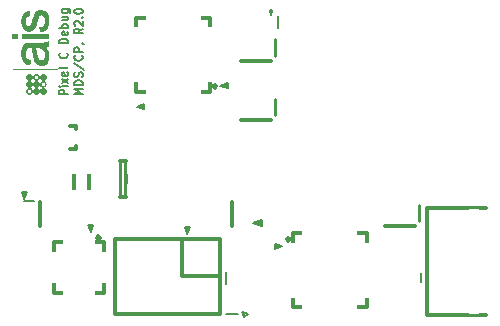
<source format=gto>
G04 #@! TF.FileFunction,Legend,Top*
%FSLAX46Y46*%
G04 Gerber Fmt 4.6, Leading zero omitted, Abs format (unit mm)*
G04 Created by KiCad (PCBNEW (2016-06-03 BZR 6882, Git b4ad18a)-product) date Fri Jun  3 12:48:54 2016*
%MOMM*%
%LPD*%
G01*
G04 APERTURE LIST*
%ADD10C,0.100000*%
%ADD11C,0.200000*%
%ADD12C,0.175000*%
%ADD13C,0.350000*%
%ADD14C,0.010000*%
%ADD15C,0.150000*%
%ADD16C,0.300000*%
%ADD17C,0.250000*%
%ADD18O,1.450000X0.700000*%
%ADD19O,0.700000X1.450000*%
%ADD20R,4.400000X4.400000*%
%ADD21O,0.700000X1.400000*%
%ADD22O,1.400000X0.700000*%
%ADD23R,2.650000X2.650000*%
%ADD24R,2.400000X0.660000*%
%ADD25R,2.400000X0.810000*%
%ADD26R,3.200000X0.975000*%
%ADD27R,2.700000X0.975000*%
%ADD28R,2.400000X1.900000*%
%ADD29R,3.200000X1.400000*%
%ADD30R,1.924000X2.686000*%
%ADD31O,1.924000X2.686000*%
%ADD32R,1.750000X0.800000*%
%ADD33O,1.950000X1.950000*%
%ADD34O,1.650000X1.650000*%
%ADD35C,1.800000*%
%ADD36C,2.400000*%
%ADD37O,2.400000X2.000000*%
%ADD38C,3.600000*%
%ADD39R,1.500000X1.700000*%
%ADD40R,1.300000X1.700000*%
%ADD41R,1.050000X1.250000*%
%ADD42R,1.000000X1.000000*%
%ADD43R,1.000000X1.050000*%
%ADD44R,1.050000X1.000000*%
%ADD45R,2.200000X1.600000*%
%ADD46R,1.500000X1.000000*%
%ADD47R,1.150000X0.800000*%
%ADD48R,1.250000X1.050000*%
%ADD49R,0.900000X1.100000*%
%ADD50R,1.100000X0.900000*%
%ADD51R,0.600000X1.200000*%
%ADD52R,1.200000X0.600000*%
%ADD53C,0.254000*%
G04 APERTURE END LIST*
D10*
D11*
X50750000Y-23250000D02*
X51500000Y-23250000D01*
X51500000Y-23500000D02*
X51500000Y-23000000D01*
X50750000Y-23250000D02*
X51500000Y-23500000D01*
X50750000Y-23250000D02*
X51500000Y-23000000D01*
X45200000Y-24200000D02*
X45200000Y-23600000D01*
X45400000Y-23600000D02*
X45200000Y-24200000D01*
X45000000Y-23600000D02*
X45400000Y-23600000D01*
X45200000Y-24200000D02*
X45000000Y-23600000D01*
X52300000Y-5600000D02*
X52300000Y-5200000D01*
X52400000Y-5200000D02*
X52300000Y-5600000D01*
X52200000Y-5200000D02*
X52400000Y-5200000D01*
X52300000Y-5600000D02*
X52200000Y-5200000D01*
X49800000Y-30800000D02*
X50100000Y-31100000D01*
X50000000Y-31200000D02*
X49800000Y-30800000D01*
X50300000Y-30900000D02*
X50000000Y-31200000D01*
X49800000Y-30800000D02*
X50300000Y-30900000D01*
X53200000Y-25200000D02*
X52600000Y-25200000D01*
X52600000Y-25400000D02*
X53200000Y-25200000D01*
X52600000Y-25000000D02*
X52600000Y-25400000D01*
X53200000Y-25200000D02*
X52600000Y-25000000D01*
X48000000Y-11600000D02*
X48600000Y-11600000D01*
X48600000Y-11800000D02*
X48000000Y-11600000D01*
X48600000Y-11400000D02*
X48600000Y-11800000D01*
X48000000Y-11600000D02*
X48600000Y-11400000D01*
X37000000Y-24000000D02*
X37000000Y-23400000D01*
X37200000Y-23400000D02*
X37000000Y-24000000D01*
X36800000Y-23400000D02*
X37200000Y-23400000D01*
X37000000Y-24000000D02*
X36800000Y-23400000D01*
X31400000Y-21200000D02*
X31400000Y-20600000D01*
X31600000Y-20600000D02*
X31400000Y-21200000D01*
X31200000Y-20600000D02*
X31600000Y-20600000D01*
X31400000Y-21200000D02*
X31200000Y-20600000D01*
D12*
X36316666Y-12350000D02*
X35616666Y-12350000D01*
X36116666Y-12116666D01*
X35616666Y-11883333D01*
X36316666Y-11883333D01*
X36316666Y-11550000D02*
X35616666Y-11550000D01*
X35616666Y-11383333D01*
X35650000Y-11283333D01*
X35716666Y-11216666D01*
X35783333Y-11183333D01*
X35916666Y-11150000D01*
X36016666Y-11150000D01*
X36150000Y-11183333D01*
X36216666Y-11216666D01*
X36283333Y-11283333D01*
X36316666Y-11383333D01*
X36316666Y-11550000D01*
X36283333Y-10883333D02*
X36316666Y-10783333D01*
X36316666Y-10616666D01*
X36283333Y-10550000D01*
X36250000Y-10516666D01*
X36183333Y-10483333D01*
X36116666Y-10483333D01*
X36050000Y-10516666D01*
X36016666Y-10550000D01*
X35983333Y-10616666D01*
X35950000Y-10750000D01*
X35916666Y-10816666D01*
X35883333Y-10850000D01*
X35816666Y-10883333D01*
X35750000Y-10883333D01*
X35683333Y-10850000D01*
X35650000Y-10816666D01*
X35616666Y-10750000D01*
X35616666Y-10583333D01*
X35650000Y-10483333D01*
X35583333Y-9683333D02*
X36483333Y-10283333D01*
X36250000Y-9050000D02*
X36283333Y-9083333D01*
X36316666Y-9183333D01*
X36316666Y-9250000D01*
X36283333Y-9350000D01*
X36216666Y-9416666D01*
X36150000Y-9450000D01*
X36016666Y-9483333D01*
X35916666Y-9483333D01*
X35783333Y-9450000D01*
X35716666Y-9416666D01*
X35650000Y-9350000D01*
X35616666Y-9250000D01*
X35616666Y-9183333D01*
X35650000Y-9083333D01*
X35683333Y-9050000D01*
X36316666Y-8750000D02*
X35616666Y-8750000D01*
X35616666Y-8483333D01*
X35650000Y-8416666D01*
X35683333Y-8383333D01*
X35750000Y-8350000D01*
X35850000Y-8350000D01*
X35916666Y-8383333D01*
X35950000Y-8416666D01*
X35983333Y-8483333D01*
X35983333Y-8750000D01*
X36283333Y-8016666D02*
X36316666Y-8016666D01*
X36383333Y-8050000D01*
X36416666Y-8083333D01*
X36316666Y-6783333D02*
X35983333Y-7016666D01*
X36316666Y-7183333D02*
X35616666Y-7183333D01*
X35616666Y-6916666D01*
X35650000Y-6850000D01*
X35683333Y-6816666D01*
X35750000Y-6783333D01*
X35850000Y-6783333D01*
X35916666Y-6816666D01*
X35950000Y-6850000D01*
X35983333Y-6916666D01*
X35983333Y-7183333D01*
X35683333Y-6516666D02*
X35650000Y-6483333D01*
X35616666Y-6416666D01*
X35616666Y-6250000D01*
X35650000Y-6183333D01*
X35683333Y-6150000D01*
X35750000Y-6116666D01*
X35816666Y-6116666D01*
X35916666Y-6150000D01*
X36316666Y-6550000D01*
X36316666Y-6116666D01*
X36250000Y-5816666D02*
X36283333Y-5783333D01*
X36316666Y-5816666D01*
X36283333Y-5850000D01*
X36250000Y-5816666D01*
X36316666Y-5816666D01*
X35616666Y-5350000D02*
X35616666Y-5283333D01*
X35650000Y-5216666D01*
X35683333Y-5183333D01*
X35750000Y-5150000D01*
X35883333Y-5116666D01*
X36050000Y-5116666D01*
X36183333Y-5150000D01*
X36250000Y-5183333D01*
X36283333Y-5216666D01*
X36316666Y-5283333D01*
X36316666Y-5350000D01*
X36283333Y-5416666D01*
X36250000Y-5450000D01*
X36183333Y-5483333D01*
X36050000Y-5516666D01*
X35883333Y-5516666D01*
X35750000Y-5483333D01*
X35683333Y-5450000D01*
X35650000Y-5416666D01*
X35616666Y-5350000D01*
X35066666Y-12350000D02*
X34366666Y-12350000D01*
X34366666Y-12083333D01*
X34400000Y-12016666D01*
X34433333Y-11983333D01*
X34500000Y-11950000D01*
X34600000Y-11950000D01*
X34666666Y-11983333D01*
X34700000Y-12016666D01*
X34733333Y-12083333D01*
X34733333Y-12350000D01*
X35066666Y-11650000D02*
X34600000Y-11650000D01*
X34366666Y-11650000D02*
X34400000Y-11683333D01*
X34433333Y-11650000D01*
X34400000Y-11616666D01*
X34366666Y-11650000D01*
X34433333Y-11650000D01*
X35066666Y-11383333D02*
X34600000Y-11016666D01*
X34600000Y-11383333D02*
X35066666Y-11016666D01*
X35033333Y-10483333D02*
X35066666Y-10550000D01*
X35066666Y-10683333D01*
X35033333Y-10750000D01*
X34966666Y-10783333D01*
X34700000Y-10783333D01*
X34633333Y-10750000D01*
X34600000Y-10683333D01*
X34600000Y-10550000D01*
X34633333Y-10483333D01*
X34700000Y-10450000D01*
X34766666Y-10450000D01*
X34833333Y-10783333D01*
X35066666Y-10050000D02*
X35033333Y-10116666D01*
X34966666Y-10150000D01*
X34366666Y-10150000D01*
X35000000Y-8850000D02*
X35033333Y-8883333D01*
X35066666Y-8983333D01*
X35066666Y-9050000D01*
X35033333Y-9150000D01*
X34966666Y-9216666D01*
X34900000Y-9250000D01*
X34766666Y-9283333D01*
X34666666Y-9283333D01*
X34533333Y-9250000D01*
X34466666Y-9216666D01*
X34400000Y-9150000D01*
X34366666Y-9050000D01*
X34366666Y-8983333D01*
X34400000Y-8883333D01*
X34433333Y-8850000D01*
X35066666Y-8016666D02*
X34366666Y-8016666D01*
X34366666Y-7850000D01*
X34400000Y-7750000D01*
X34466666Y-7683333D01*
X34533333Y-7650000D01*
X34666666Y-7616666D01*
X34766666Y-7616666D01*
X34900000Y-7650000D01*
X34966666Y-7683333D01*
X35033333Y-7750000D01*
X35066666Y-7850000D01*
X35066666Y-8016666D01*
X35033333Y-7050000D02*
X35066666Y-7116666D01*
X35066666Y-7250000D01*
X35033333Y-7316666D01*
X34966666Y-7350000D01*
X34700000Y-7350000D01*
X34633333Y-7316666D01*
X34600000Y-7250000D01*
X34600000Y-7116666D01*
X34633333Y-7050000D01*
X34700000Y-7016666D01*
X34766666Y-7016666D01*
X34833333Y-7350000D01*
X35066666Y-6716666D02*
X34366666Y-6716666D01*
X34633333Y-6716666D02*
X34600000Y-6650000D01*
X34600000Y-6516666D01*
X34633333Y-6450000D01*
X34666666Y-6416666D01*
X34733333Y-6383333D01*
X34933333Y-6383333D01*
X35000000Y-6416666D01*
X35033333Y-6450000D01*
X35066666Y-6516666D01*
X35066666Y-6650000D01*
X35033333Y-6716666D01*
X34600000Y-5783333D02*
X35066666Y-5783333D01*
X34600000Y-6083333D02*
X34966666Y-6083333D01*
X35033333Y-6050000D01*
X35066666Y-5983333D01*
X35066666Y-5883333D01*
X35033333Y-5816666D01*
X35000000Y-5783333D01*
X34600000Y-5150000D02*
X35166666Y-5150000D01*
X35233333Y-5183333D01*
X35266666Y-5216666D01*
X35300000Y-5283333D01*
X35300000Y-5383333D01*
X35266666Y-5450000D01*
X35033333Y-5150000D02*
X35066666Y-5216666D01*
X35066666Y-5350000D01*
X35033333Y-5416666D01*
X35000000Y-5450000D01*
X34933333Y-5483333D01*
X34733333Y-5483333D01*
X34666666Y-5450000D01*
X34633333Y-5416666D01*
X34600000Y-5350000D01*
X34600000Y-5216666D01*
X34633333Y-5150000D01*
D13*
X47127000Y-11404000D02*
X47127000Y-12127000D01*
X47127000Y-12127000D02*
X46404000Y-12127000D01*
X41596000Y-12127000D02*
X40873000Y-12127000D01*
X40873000Y-12127000D02*
X40873000Y-11404000D01*
X47127000Y-6596000D02*
X47127000Y-5873000D01*
X47127000Y-5873000D02*
X46404000Y-5873000D01*
X41596000Y-5873000D02*
X40873000Y-5873000D01*
X40873000Y-5873000D02*
X40873000Y-6596000D01*
X47635000Y-11658000D02*
X47508000Y-11785000D01*
X47508000Y-11785000D02*
X47381000Y-11658000D01*
X47381000Y-11658000D02*
X47508000Y-11531000D01*
X47508000Y-11531000D02*
X47635000Y-11658000D01*
X54123000Y-24846000D02*
X54123000Y-24123000D01*
X54123000Y-24123000D02*
X54846000Y-24123000D01*
X59654000Y-24123000D02*
X60377000Y-24123000D01*
X60377000Y-24123000D02*
X60377000Y-24846000D01*
X54123000Y-29654000D02*
X54123000Y-30377000D01*
X54123000Y-30377000D02*
X54846000Y-30377000D01*
X59654000Y-30377000D02*
X60377000Y-30377000D01*
X60377000Y-30377000D02*
X60377000Y-29654000D01*
X53615000Y-24592000D02*
X53742000Y-24465000D01*
X53742000Y-24465000D02*
X53869000Y-24592000D01*
X53869000Y-24592000D02*
X53742000Y-24719000D01*
X53742000Y-24719000D02*
X53615000Y-24592000D01*
X37404000Y-24873000D02*
X38127000Y-24873000D01*
X38127000Y-24873000D02*
X38127000Y-25596000D01*
X38127000Y-28404000D02*
X38127000Y-29127000D01*
X38127000Y-29127000D02*
X37404000Y-29127000D01*
X34596000Y-24873000D02*
X33873000Y-24873000D01*
X33873000Y-24873000D02*
X33873000Y-25596000D01*
X33873000Y-28404000D02*
X33873000Y-29127000D01*
X33873000Y-29127000D02*
X34596000Y-29127000D01*
X37658000Y-24365000D02*
X37785000Y-24492000D01*
X37785000Y-24492000D02*
X37658000Y-24619000D01*
X37658000Y-24619000D02*
X37531000Y-24492000D01*
X37531000Y-24492000D02*
X37658000Y-24365000D01*
X47945000Y-30905000D02*
X39055000Y-30905000D01*
X39055000Y-30905000D02*
X39055000Y-24555000D01*
X39055000Y-24555000D02*
X47945000Y-24555000D01*
X47945000Y-24555000D02*
X47945000Y-30905000D01*
X47945000Y-27730000D02*
X44770000Y-27730000D01*
X44770000Y-27730000D02*
X44770000Y-24555000D01*
D14*
G36*
X34155000Y-10172400D02*
X34155000Y-10235900D01*
X30395800Y-10235900D01*
X30395800Y-10172400D01*
X34155000Y-10172400D01*
X34155000Y-10172400D01*
G37*
X34155000Y-10172400D02*
X34155000Y-10235900D01*
X30395800Y-10235900D01*
X30395800Y-10172400D01*
X34155000Y-10172400D01*
G36*
X31140942Y-8702093D02*
X31144555Y-8661403D01*
X31167564Y-8504213D01*
X31204349Y-8368214D01*
X31255115Y-8253124D01*
X31320070Y-8158662D01*
X31399421Y-8084545D01*
X31493376Y-8030492D01*
X31602141Y-7996220D01*
X31638461Y-7989635D01*
X31667659Y-7986970D01*
X31719462Y-7984223D01*
X31791075Y-7981468D01*
X31879703Y-7978780D01*
X31982552Y-7976233D01*
X32096826Y-7973903D01*
X32219732Y-7971864D01*
X32348473Y-7970191D01*
X32377000Y-7969883D01*
X32537506Y-7968081D01*
X32674943Y-7966145D01*
X32791638Y-7963886D01*
X32889920Y-7961112D01*
X32972119Y-7957633D01*
X33040565Y-7953259D01*
X33097585Y-7947798D01*
X33145511Y-7941061D01*
X33186670Y-7932856D01*
X33223392Y-7922993D01*
X33258006Y-7911282D01*
X33292841Y-7897531D01*
X33300542Y-7894308D01*
X33341382Y-7877497D01*
X33372323Y-7865525D01*
X33386598Y-7861000D01*
X33388820Y-7872971D01*
X33390297Y-7905981D01*
X33390948Y-7955678D01*
X33390694Y-8017712D01*
X33390155Y-8054675D01*
X33386650Y-8248350D01*
X33297750Y-8275894D01*
X33247204Y-8291290D01*
X33200642Y-8305021D01*
X33168588Y-8313994D01*
X33128326Y-8324550D01*
X33198865Y-8419800D01*
X33263487Y-8517537D01*
X33322294Y-8626302D01*
X33370848Y-8736999D01*
X33404715Y-8840527D01*
X33405498Y-8843584D01*
X33420524Y-8920557D01*
X33431256Y-9011279D01*
X33437184Y-9106677D01*
X33437796Y-9197676D01*
X33432583Y-9275206D01*
X33430574Y-9289750D01*
X33398632Y-9431341D01*
X33349788Y-9553972D01*
X33284041Y-9657647D01*
X33201389Y-9742367D01*
X33101830Y-9808137D01*
X33081794Y-9818116D01*
X32965313Y-9860229D01*
X32846588Y-9878459D01*
X32794609Y-9876396D01*
X32794609Y-9478086D01*
X32876351Y-9469720D01*
X32953280Y-9441735D01*
X33020387Y-9394230D01*
X33038675Y-9375258D01*
X33090487Y-9297747D01*
X33125610Y-9204319D01*
X33143635Y-9098553D01*
X33144154Y-8984029D01*
X33126757Y-8864327D01*
X33105942Y-8786366D01*
X33056664Y-8667609D01*
X32989637Y-8565759D01*
X32905916Y-8482107D01*
X32806558Y-8417943D01*
X32802446Y-8415885D01*
X32752287Y-8394091D01*
X32698143Y-8377481D01*
X32634841Y-8365074D01*
X32557210Y-8355890D01*
X32460077Y-8348946D01*
X32445121Y-8348124D01*
X32378864Y-8344756D01*
X32334120Y-8343286D01*
X32307045Y-8344111D01*
X32293798Y-8347627D01*
X32290535Y-8354229D01*
X32293204Y-8363775D01*
X32314166Y-8426437D01*
X32336729Y-8508865D01*
X32359576Y-8605594D01*
X32381391Y-8711158D01*
X32395465Y-8788100D01*
X32417699Y-8915519D01*
X32436709Y-9020578D01*
X32453294Y-9105996D01*
X32468253Y-9174492D01*
X32482384Y-9228785D01*
X32496486Y-9271595D01*
X32511358Y-9305642D01*
X32527798Y-9333643D01*
X32546604Y-9358320D01*
X32568576Y-9382390D01*
X32570607Y-9384487D01*
X32636728Y-9435568D01*
X32713066Y-9466735D01*
X32794609Y-9478086D01*
X32794609Y-9876396D01*
X32728600Y-9873775D01*
X32614334Y-9847151D01*
X32506770Y-9799558D01*
X32408893Y-9731968D01*
X32323684Y-9645352D01*
X32259268Y-9550100D01*
X32225756Y-9481074D01*
X32196497Y-9400945D01*
X32170674Y-9306517D01*
X32147469Y-9194596D01*
X32126066Y-9061985D01*
X32116357Y-8991300D01*
X32099955Y-8873276D01*
X32082408Y-8759691D01*
X32064385Y-8654102D01*
X32046553Y-8560065D01*
X32029582Y-8481136D01*
X32014141Y-8420870D01*
X32002695Y-8386918D01*
X31990604Y-8361811D01*
X31976147Y-8348942D01*
X31951205Y-8344233D01*
X31916430Y-8343600D01*
X31808868Y-8350877D01*
X31714403Y-8371999D01*
X31636317Y-8405906D01*
X31577892Y-8451539D01*
X31576038Y-8453562D01*
X31534457Y-8504930D01*
X31503247Y-8557685D01*
X31481142Y-8616455D01*
X31466876Y-8685868D01*
X31459185Y-8770552D01*
X31456804Y-8875135D01*
X31456816Y-8889700D01*
X31457413Y-8967505D01*
X31459090Y-9025347D01*
X31462453Y-9068659D01*
X31468107Y-9102873D01*
X31476656Y-9133423D01*
X31487106Y-9161719D01*
X31535522Y-9250256D01*
X31604903Y-9325609D01*
X31693819Y-9386578D01*
X31800842Y-9431969D01*
X31814780Y-9436296D01*
X31848417Y-9448540D01*
X31862462Y-9461442D01*
X31862570Y-9479013D01*
X31858609Y-9501692D01*
X31852266Y-9543517D01*
X31844428Y-9598444D01*
X31836298Y-9658050D01*
X31828263Y-9716970D01*
X31821280Y-9765750D01*
X31816083Y-9799433D01*
X31813405Y-9813056D01*
X31813367Y-9813108D01*
X31798155Y-9813111D01*
X31765281Y-9805308D01*
X31720542Y-9791628D01*
X31669739Y-9773995D01*
X31618670Y-9754336D01*
X31573134Y-9734578D01*
X31564481Y-9730432D01*
X31456453Y-9663898D01*
X31364155Y-9577774D01*
X31287524Y-9471944D01*
X31226494Y-9346292D01*
X31181001Y-9200701D01*
X31150980Y-9035056D01*
X31144379Y-8975145D01*
X31137308Y-8878444D01*
X31136160Y-8792181D01*
X31140942Y-8702093D01*
X31140942Y-8702093D01*
G37*
X31140942Y-8702093D02*
X31144555Y-8661403D01*
X31167564Y-8504213D01*
X31204349Y-8368214D01*
X31255115Y-8253124D01*
X31320070Y-8158662D01*
X31399421Y-8084545D01*
X31493376Y-8030492D01*
X31602141Y-7996220D01*
X31638461Y-7989635D01*
X31667659Y-7986970D01*
X31719462Y-7984223D01*
X31791075Y-7981468D01*
X31879703Y-7978780D01*
X31982552Y-7976233D01*
X32096826Y-7973903D01*
X32219732Y-7971864D01*
X32348473Y-7970191D01*
X32377000Y-7969883D01*
X32537506Y-7968081D01*
X32674943Y-7966145D01*
X32791638Y-7963886D01*
X32889920Y-7961112D01*
X32972119Y-7957633D01*
X33040565Y-7953259D01*
X33097585Y-7947798D01*
X33145511Y-7941061D01*
X33186670Y-7932856D01*
X33223392Y-7922993D01*
X33258006Y-7911282D01*
X33292841Y-7897531D01*
X33300542Y-7894308D01*
X33341382Y-7877497D01*
X33372323Y-7865525D01*
X33386598Y-7861000D01*
X33388820Y-7872971D01*
X33390297Y-7905981D01*
X33390948Y-7955678D01*
X33390694Y-8017712D01*
X33390155Y-8054675D01*
X33386650Y-8248350D01*
X33297750Y-8275894D01*
X33247204Y-8291290D01*
X33200642Y-8305021D01*
X33168588Y-8313994D01*
X33128326Y-8324550D01*
X33198865Y-8419800D01*
X33263487Y-8517537D01*
X33322294Y-8626302D01*
X33370848Y-8736999D01*
X33404715Y-8840527D01*
X33405498Y-8843584D01*
X33420524Y-8920557D01*
X33431256Y-9011279D01*
X33437184Y-9106677D01*
X33437796Y-9197676D01*
X33432583Y-9275206D01*
X33430574Y-9289750D01*
X33398632Y-9431341D01*
X33349788Y-9553972D01*
X33284041Y-9657647D01*
X33201389Y-9742367D01*
X33101830Y-9808137D01*
X33081794Y-9818116D01*
X32965313Y-9860229D01*
X32846588Y-9878459D01*
X32794609Y-9876396D01*
X32794609Y-9478086D01*
X32876351Y-9469720D01*
X32953280Y-9441735D01*
X33020387Y-9394230D01*
X33038675Y-9375258D01*
X33090487Y-9297747D01*
X33125610Y-9204319D01*
X33143635Y-9098553D01*
X33144154Y-8984029D01*
X33126757Y-8864327D01*
X33105942Y-8786366D01*
X33056664Y-8667609D01*
X32989637Y-8565759D01*
X32905916Y-8482107D01*
X32806558Y-8417943D01*
X32802446Y-8415885D01*
X32752287Y-8394091D01*
X32698143Y-8377481D01*
X32634841Y-8365074D01*
X32557210Y-8355890D01*
X32460077Y-8348946D01*
X32445121Y-8348124D01*
X32378864Y-8344756D01*
X32334120Y-8343286D01*
X32307045Y-8344111D01*
X32293798Y-8347627D01*
X32290535Y-8354229D01*
X32293204Y-8363775D01*
X32314166Y-8426437D01*
X32336729Y-8508865D01*
X32359576Y-8605594D01*
X32381391Y-8711158D01*
X32395465Y-8788100D01*
X32417699Y-8915519D01*
X32436709Y-9020578D01*
X32453294Y-9105996D01*
X32468253Y-9174492D01*
X32482384Y-9228785D01*
X32496486Y-9271595D01*
X32511358Y-9305642D01*
X32527798Y-9333643D01*
X32546604Y-9358320D01*
X32568576Y-9382390D01*
X32570607Y-9384487D01*
X32636728Y-9435568D01*
X32713066Y-9466735D01*
X32794609Y-9478086D01*
X32794609Y-9876396D01*
X32728600Y-9873775D01*
X32614334Y-9847151D01*
X32506770Y-9799558D01*
X32408893Y-9731968D01*
X32323684Y-9645352D01*
X32259268Y-9550100D01*
X32225756Y-9481074D01*
X32196497Y-9400945D01*
X32170674Y-9306517D01*
X32147469Y-9194596D01*
X32126066Y-9061985D01*
X32116357Y-8991300D01*
X32099955Y-8873276D01*
X32082408Y-8759691D01*
X32064385Y-8654102D01*
X32046553Y-8560065D01*
X32029582Y-8481136D01*
X32014141Y-8420870D01*
X32002695Y-8386918D01*
X31990604Y-8361811D01*
X31976147Y-8348942D01*
X31951205Y-8344233D01*
X31916430Y-8343600D01*
X31808868Y-8350877D01*
X31714403Y-8371999D01*
X31636317Y-8405906D01*
X31577892Y-8451539D01*
X31576038Y-8453562D01*
X31534457Y-8504930D01*
X31503247Y-8557685D01*
X31481142Y-8616455D01*
X31466876Y-8685868D01*
X31459185Y-8770552D01*
X31456804Y-8875135D01*
X31456816Y-8889700D01*
X31457413Y-8967505D01*
X31459090Y-9025347D01*
X31462453Y-9068659D01*
X31468107Y-9102873D01*
X31476656Y-9133423D01*
X31487106Y-9161719D01*
X31535522Y-9250256D01*
X31604903Y-9325609D01*
X31693819Y-9386578D01*
X31800842Y-9431969D01*
X31814780Y-9436296D01*
X31848417Y-9448540D01*
X31862462Y-9461442D01*
X31862570Y-9479013D01*
X31858609Y-9501692D01*
X31852266Y-9543517D01*
X31844428Y-9598444D01*
X31836298Y-9658050D01*
X31828263Y-9716970D01*
X31821280Y-9765750D01*
X31816083Y-9799433D01*
X31813405Y-9813056D01*
X31813367Y-9813108D01*
X31798155Y-9813111D01*
X31765281Y-9805308D01*
X31720542Y-9791628D01*
X31669739Y-9773995D01*
X31618670Y-9754336D01*
X31573134Y-9734578D01*
X31564481Y-9730432D01*
X31456453Y-9663898D01*
X31364155Y-9577774D01*
X31287524Y-9471944D01*
X31226494Y-9346292D01*
X31181001Y-9200701D01*
X31150980Y-9035056D01*
X31144379Y-8975145D01*
X31137308Y-8878444D01*
X31136160Y-8792181D01*
X31140942Y-8702093D01*
G36*
X31143807Y-6007428D02*
X31168847Y-5847841D01*
X31207115Y-5709524D01*
X31258953Y-5591861D01*
X31324703Y-5494233D01*
X31404709Y-5416022D01*
X31499312Y-5356611D01*
X31506426Y-5353171D01*
X31557572Y-5331288D01*
X31612257Y-5311785D01*
X31664701Y-5296250D01*
X31709124Y-5286273D01*
X31739746Y-5283441D01*
X31749642Y-5286310D01*
X31754599Y-5301688D01*
X31761457Y-5336497D01*
X31769433Y-5384982D01*
X31777746Y-5441389D01*
X31785612Y-5499964D01*
X31792250Y-5554955D01*
X31796876Y-5600605D01*
X31798708Y-5631162D01*
X31797827Y-5640641D01*
X31781336Y-5649045D01*
X31762794Y-5651200D01*
X31722369Y-5659803D01*
X31672120Y-5682713D01*
X31619464Y-5715588D01*
X31571818Y-5754084D01*
X31551370Y-5775012D01*
X31510682Y-5829816D01*
X31481417Y-5890888D01*
X31462499Y-5962575D01*
X31452850Y-6049222D01*
X31451395Y-6155179D01*
X31451921Y-6176648D01*
X31454286Y-6246325D01*
X31457405Y-6296908D01*
X31462449Y-6334700D01*
X31470582Y-6366005D01*
X31482975Y-6397126D01*
X31498997Y-6430718D01*
X31547255Y-6506756D01*
X31604011Y-6560359D01*
X31666194Y-6591701D01*
X31730735Y-6600958D01*
X31794561Y-6588308D01*
X31854604Y-6553926D01*
X31907791Y-6497989D01*
X31951053Y-6420671D01*
X31957581Y-6404412D01*
X31967690Y-6374436D01*
X31983115Y-6324395D01*
X32002546Y-6258744D01*
X32024675Y-6181939D01*
X32048191Y-6098434D01*
X32059132Y-6058936D01*
X32101516Y-5908369D01*
X32139750Y-5780352D01*
X32174844Y-5672563D01*
X32207803Y-5582679D01*
X32239636Y-5508380D01*
X32271350Y-5447344D01*
X32303954Y-5397248D01*
X32338453Y-5355772D01*
X32375857Y-5320594D01*
X32381645Y-5315827D01*
X32477462Y-5253463D01*
X32580976Y-5213379D01*
X32689286Y-5194774D01*
X32799492Y-5196846D01*
X32908691Y-5218792D01*
X33013983Y-5259810D01*
X33112467Y-5319097D01*
X33201242Y-5395851D01*
X33277406Y-5489271D01*
X33328374Y-5577658D01*
X33356212Y-5642059D01*
X33382843Y-5715146D01*
X33403079Y-5782511D01*
X33405163Y-5790900D01*
X33421690Y-5881260D01*
X33432754Y-5986487D01*
X33437828Y-6096535D01*
X33436386Y-6201357D01*
X33430431Y-6272762D01*
X33410462Y-6387914D01*
X33380820Y-6499047D01*
X33343996Y-6597518D01*
X33325954Y-6635005D01*
X33276406Y-6710872D01*
X33209590Y-6786951D01*
X33132608Y-6856292D01*
X33052560Y-6911943D01*
X33030477Y-6924171D01*
X32984946Y-6945460D01*
X32931419Y-6966910D01*
X32875363Y-6986786D01*
X32822244Y-7003353D01*
X32777529Y-7014874D01*
X32746684Y-7019614D01*
X32735952Y-7017686D01*
X32731457Y-7003152D01*
X32724112Y-6968258D01*
X32714827Y-6917762D01*
X32704509Y-6856425D01*
X32701195Y-6835651D01*
X32673673Y-6660850D01*
X32731711Y-6644608D01*
X32846708Y-6602224D01*
X32941399Y-6544819D01*
X33016410Y-6471763D01*
X33072362Y-6382428D01*
X33109879Y-6276187D01*
X33113816Y-6259382D01*
X33122434Y-6198176D01*
X33125799Y-6122625D01*
X33124302Y-6040302D01*
X33118333Y-5958782D01*
X33108285Y-5885639D01*
X33094548Y-5828446D01*
X33091057Y-5818725D01*
X33048516Y-5735773D01*
X32993924Y-5668921D01*
X32930467Y-5619396D01*
X32861328Y-5588427D01*
X32789692Y-5577241D01*
X32718745Y-5587067D01*
X32651670Y-5619133D01*
X32625709Y-5639274D01*
X32602209Y-5664206D01*
X32579998Y-5697809D01*
X32558006Y-5742828D01*
X32535164Y-5802010D01*
X32510401Y-5878103D01*
X32482647Y-5973852D01*
X32453967Y-6080090D01*
X32419971Y-6207217D01*
X32390507Y-6313042D01*
X32364477Y-6401031D01*
X32340787Y-6474651D01*
X32318339Y-6537368D01*
X32296039Y-6592650D01*
X32281813Y-6624697D01*
X32220540Y-6730528D01*
X32143346Y-6817924D01*
X32052258Y-6885546D01*
X31949303Y-6932055D01*
X31836508Y-6956110D01*
X31775488Y-6959300D01*
X31652956Y-6947478D01*
X31540121Y-6912766D01*
X31438429Y-6856298D01*
X31349326Y-6779207D01*
X31274260Y-6682627D01*
X31214676Y-6567691D01*
X31190174Y-6500680D01*
X31157844Y-6368231D01*
X31140273Y-6224403D01*
X31138395Y-6079125D01*
X31143807Y-6007428D01*
X31143807Y-6007428D01*
G37*
X31143807Y-6007428D02*
X31168847Y-5847841D01*
X31207115Y-5709524D01*
X31258953Y-5591861D01*
X31324703Y-5494233D01*
X31404709Y-5416022D01*
X31499312Y-5356611D01*
X31506426Y-5353171D01*
X31557572Y-5331288D01*
X31612257Y-5311785D01*
X31664701Y-5296250D01*
X31709124Y-5286273D01*
X31739746Y-5283441D01*
X31749642Y-5286310D01*
X31754599Y-5301688D01*
X31761457Y-5336497D01*
X31769433Y-5384982D01*
X31777746Y-5441389D01*
X31785612Y-5499964D01*
X31792250Y-5554955D01*
X31796876Y-5600605D01*
X31798708Y-5631162D01*
X31797827Y-5640641D01*
X31781336Y-5649045D01*
X31762794Y-5651200D01*
X31722369Y-5659803D01*
X31672120Y-5682713D01*
X31619464Y-5715588D01*
X31571818Y-5754084D01*
X31551370Y-5775012D01*
X31510682Y-5829816D01*
X31481417Y-5890888D01*
X31462499Y-5962575D01*
X31452850Y-6049222D01*
X31451395Y-6155179D01*
X31451921Y-6176648D01*
X31454286Y-6246325D01*
X31457405Y-6296908D01*
X31462449Y-6334700D01*
X31470582Y-6366005D01*
X31482975Y-6397126D01*
X31498997Y-6430718D01*
X31547255Y-6506756D01*
X31604011Y-6560359D01*
X31666194Y-6591701D01*
X31730735Y-6600958D01*
X31794561Y-6588308D01*
X31854604Y-6553926D01*
X31907791Y-6497989D01*
X31951053Y-6420671D01*
X31957581Y-6404412D01*
X31967690Y-6374436D01*
X31983115Y-6324395D01*
X32002546Y-6258744D01*
X32024675Y-6181939D01*
X32048191Y-6098434D01*
X32059132Y-6058936D01*
X32101516Y-5908369D01*
X32139750Y-5780352D01*
X32174844Y-5672563D01*
X32207803Y-5582679D01*
X32239636Y-5508380D01*
X32271350Y-5447344D01*
X32303954Y-5397248D01*
X32338453Y-5355772D01*
X32375857Y-5320594D01*
X32381645Y-5315827D01*
X32477462Y-5253463D01*
X32580976Y-5213379D01*
X32689286Y-5194774D01*
X32799492Y-5196846D01*
X32908691Y-5218792D01*
X33013983Y-5259810D01*
X33112467Y-5319097D01*
X33201242Y-5395851D01*
X33277406Y-5489271D01*
X33328374Y-5577658D01*
X33356212Y-5642059D01*
X33382843Y-5715146D01*
X33403079Y-5782511D01*
X33405163Y-5790900D01*
X33421690Y-5881260D01*
X33432754Y-5986487D01*
X33437828Y-6096535D01*
X33436386Y-6201357D01*
X33430431Y-6272762D01*
X33410462Y-6387914D01*
X33380820Y-6499047D01*
X33343996Y-6597518D01*
X33325954Y-6635005D01*
X33276406Y-6710872D01*
X33209590Y-6786951D01*
X33132608Y-6856292D01*
X33052560Y-6911943D01*
X33030477Y-6924171D01*
X32984946Y-6945460D01*
X32931419Y-6966910D01*
X32875363Y-6986786D01*
X32822244Y-7003353D01*
X32777529Y-7014874D01*
X32746684Y-7019614D01*
X32735952Y-7017686D01*
X32731457Y-7003152D01*
X32724112Y-6968258D01*
X32714827Y-6917762D01*
X32704509Y-6856425D01*
X32701195Y-6835651D01*
X32673673Y-6660850D01*
X32731711Y-6644608D01*
X32846708Y-6602224D01*
X32941399Y-6544819D01*
X33016410Y-6471763D01*
X33072362Y-6382428D01*
X33109879Y-6276187D01*
X33113816Y-6259382D01*
X33122434Y-6198176D01*
X33125799Y-6122625D01*
X33124302Y-6040302D01*
X33118333Y-5958782D01*
X33108285Y-5885639D01*
X33094548Y-5828446D01*
X33091057Y-5818725D01*
X33048516Y-5735773D01*
X32993924Y-5668921D01*
X32930467Y-5619396D01*
X32861328Y-5588427D01*
X32789692Y-5577241D01*
X32718745Y-5587067D01*
X32651670Y-5619133D01*
X32625709Y-5639274D01*
X32602209Y-5664206D01*
X32579998Y-5697809D01*
X32558006Y-5742828D01*
X32535164Y-5802010D01*
X32510401Y-5878103D01*
X32482647Y-5973852D01*
X32453967Y-6080090D01*
X32419971Y-6207217D01*
X32390507Y-6313042D01*
X32364477Y-6401031D01*
X32340787Y-6474651D01*
X32318339Y-6537368D01*
X32296039Y-6592650D01*
X32281813Y-6624697D01*
X32220540Y-6730528D01*
X32143346Y-6817924D01*
X32052258Y-6885546D01*
X31949303Y-6932055D01*
X31836508Y-6956110D01*
X31775488Y-6959300D01*
X31652956Y-6947478D01*
X31540121Y-6912766D01*
X31438429Y-6856298D01*
X31349326Y-6779207D01*
X31274260Y-6682627D01*
X31214676Y-6567691D01*
X31190174Y-6500680D01*
X31157844Y-6368231D01*
X31140273Y-6224403D01*
X31138395Y-6079125D01*
X31143807Y-6007428D01*
G36*
X33393000Y-7226000D02*
X33393000Y-7607000D01*
X31183200Y-7607000D01*
X31183200Y-7226000D01*
X33393000Y-7226000D01*
X33393000Y-7226000D01*
G37*
X33393000Y-7226000D02*
X33393000Y-7607000D01*
X31183200Y-7607000D01*
X31183200Y-7226000D01*
X33393000Y-7226000D01*
G36*
X32718837Y-11990755D02*
X32749155Y-11925503D01*
X32793891Y-11869903D01*
X32848505Y-11830779D01*
X32863601Y-11824208D01*
X32924326Y-11811949D01*
X32991946Y-11814665D01*
X33053410Y-11831609D01*
X33061708Y-11835544D01*
X33126440Y-11881617D01*
X33171609Y-11941848D01*
X33195701Y-12012524D01*
X33197203Y-12089931D01*
X33185927Y-12140301D01*
X33154298Y-12200198D01*
X33104128Y-12249541D01*
X33041286Y-12284790D01*
X32971644Y-12302404D01*
X32918062Y-12301855D01*
X32853153Y-12281158D01*
X32794928Y-12240585D01*
X32748107Y-12185585D01*
X32717413Y-12121605D01*
X32707478Y-12058835D01*
X32718837Y-11990755D01*
X32718837Y-11990755D01*
G37*
X32718837Y-11990755D02*
X32749155Y-11925503D01*
X32793891Y-11869903D01*
X32848505Y-11830779D01*
X32863601Y-11824208D01*
X32924326Y-11811949D01*
X32991946Y-11814665D01*
X33053410Y-11831609D01*
X33061708Y-11835544D01*
X33126440Y-11881617D01*
X33171609Y-11941848D01*
X33195701Y-12012524D01*
X33197203Y-12089931D01*
X33185927Y-12140301D01*
X33154298Y-12200198D01*
X33104128Y-12249541D01*
X33041286Y-12284790D01*
X32971644Y-12302404D01*
X32918062Y-12301855D01*
X32853153Y-12281158D01*
X32794928Y-12240585D01*
X32748107Y-12185585D01*
X32717413Y-12121605D01*
X32707478Y-12058835D01*
X32718837Y-11990755D01*
G36*
X32715457Y-11411164D02*
X32743021Y-11342474D01*
X32789290Y-11285006D01*
X32851006Y-11242868D01*
X32920914Y-11220791D01*
X32991210Y-11221545D01*
X33058670Y-11244757D01*
X33118164Y-11287587D01*
X33164562Y-11347197D01*
X33170966Y-11359169D01*
X33196887Y-11431893D01*
X33198675Y-11500726D01*
X33182252Y-11556700D01*
X33140196Y-11626556D01*
X33083977Y-11675458D01*
X33014350Y-11702902D01*
X32954034Y-11709100D01*
X32936204Y-11706555D01*
X32936204Y-11644545D01*
X32963593Y-11642968D01*
X33029763Y-11629899D01*
X33079067Y-11599828D01*
X33115690Y-11549969D01*
X33121735Y-11537650D01*
X33133758Y-11486112D01*
X33129611Y-11428648D01*
X33110571Y-11377613D01*
X33104220Y-11368085D01*
X33055934Y-11317962D01*
X33002253Y-11291359D01*
X32957703Y-11285767D01*
X32890615Y-11297308D01*
X32835278Y-11331085D01*
X32797297Y-11379486D01*
X32773875Y-11443073D01*
X32775580Y-11504683D01*
X32802151Y-11563135D01*
X32849011Y-11613678D01*
X32875865Y-11633559D01*
X32901504Y-11642973D01*
X32936204Y-11644545D01*
X32936204Y-11706555D01*
X32875096Y-11697831D01*
X32808296Y-11665734D01*
X32756457Y-11615375D01*
X32722399Y-11549321D01*
X32709856Y-11486966D01*
X32715457Y-11411164D01*
X32715457Y-11411164D01*
G37*
X32715457Y-11411164D02*
X32743021Y-11342474D01*
X32789290Y-11285006D01*
X32851006Y-11242868D01*
X32920914Y-11220791D01*
X32991210Y-11221545D01*
X33058670Y-11244757D01*
X33118164Y-11287587D01*
X33164562Y-11347197D01*
X33170966Y-11359169D01*
X33196887Y-11431893D01*
X33198675Y-11500726D01*
X33182252Y-11556700D01*
X33140196Y-11626556D01*
X33083977Y-11675458D01*
X33014350Y-11702902D01*
X32954034Y-11709100D01*
X32936204Y-11706555D01*
X32936204Y-11644545D01*
X32963593Y-11642968D01*
X33029763Y-11629899D01*
X33079067Y-11599828D01*
X33115690Y-11549969D01*
X33121735Y-11537650D01*
X33133758Y-11486112D01*
X33129611Y-11428648D01*
X33110571Y-11377613D01*
X33104220Y-11368085D01*
X33055934Y-11317962D01*
X33002253Y-11291359D01*
X32957703Y-11285767D01*
X32890615Y-11297308D01*
X32835278Y-11331085D01*
X32797297Y-11379486D01*
X32773875Y-11443073D01*
X32775580Y-11504683D01*
X32802151Y-11563135D01*
X32849011Y-11613678D01*
X32875865Y-11633559D01*
X32901504Y-11642973D01*
X32936204Y-11644545D01*
X32936204Y-11706555D01*
X32875096Y-11697831D01*
X32808296Y-11665734D01*
X32756457Y-11615375D01*
X32722399Y-11549321D01*
X32709856Y-11486966D01*
X32715457Y-11411164D01*
G36*
X32726263Y-10792643D02*
X32761000Y-10727630D01*
X32816504Y-10675839D01*
X32846585Y-10658175D01*
X32918043Y-10634272D01*
X32987644Y-10632792D01*
X33052339Y-10650786D01*
X33109080Y-10685305D01*
X33154820Y-10733401D01*
X33186508Y-10792124D01*
X33201098Y-10858526D01*
X33195540Y-10929658D01*
X33178628Y-10979376D01*
X33137225Y-11042630D01*
X33081213Y-11088456D01*
X33015418Y-11115526D01*
X32944667Y-11122510D01*
X32873788Y-11108078D01*
X32818022Y-11078674D01*
X32761496Y-11024704D01*
X32726897Y-10958028D01*
X32714072Y-10878340D01*
X32713987Y-10868197D01*
X32726263Y-10792643D01*
X32726263Y-10792643D01*
G37*
X32726263Y-10792643D02*
X32761000Y-10727630D01*
X32816504Y-10675839D01*
X32846585Y-10658175D01*
X32918043Y-10634272D01*
X32987644Y-10632792D01*
X33052339Y-10650786D01*
X33109080Y-10685305D01*
X33154820Y-10733401D01*
X33186508Y-10792124D01*
X33201098Y-10858526D01*
X33195540Y-10929658D01*
X33178628Y-10979376D01*
X33137225Y-11042630D01*
X33081213Y-11088456D01*
X33015418Y-11115526D01*
X32944667Y-11122510D01*
X32873788Y-11108078D01*
X32818022Y-11078674D01*
X32761496Y-11024704D01*
X32726897Y-10958028D01*
X32714072Y-10878340D01*
X32713987Y-10868197D01*
X32726263Y-10792643D01*
G36*
X32138128Y-12022813D02*
X32151947Y-11959479D01*
X32161350Y-11937209D01*
X32203679Y-11880452D01*
X32261500Y-11839739D01*
X32329346Y-11816770D01*
X32401749Y-11813244D01*
X32473238Y-11830862D01*
X32485614Y-11836422D01*
X32548468Y-11880001D01*
X32592235Y-11939149D01*
X32614955Y-12010679D01*
X32617802Y-12051312D01*
X32614392Y-12098934D01*
X32606241Y-12142286D01*
X32600299Y-12159950D01*
X32563262Y-12214942D01*
X32508966Y-12260900D01*
X32445181Y-12292812D01*
X32379677Y-12305668D01*
X32374232Y-12305722D01*
X32311751Y-12294082D01*
X32249618Y-12263473D01*
X32195407Y-12219147D01*
X32156691Y-12166358D01*
X32149207Y-12149599D01*
X32136974Y-12090418D01*
X32138128Y-12022813D01*
X32138128Y-12022813D01*
G37*
X32138128Y-12022813D02*
X32151947Y-11959479D01*
X32161350Y-11937209D01*
X32203679Y-11880452D01*
X32261500Y-11839739D01*
X32329346Y-11816770D01*
X32401749Y-11813244D01*
X32473238Y-11830862D01*
X32485614Y-11836422D01*
X32548468Y-11880001D01*
X32592235Y-11939149D01*
X32614955Y-12010679D01*
X32617802Y-12051312D01*
X32614392Y-12098934D01*
X32606241Y-12142286D01*
X32600299Y-12159950D01*
X32563262Y-12214942D01*
X32508966Y-12260900D01*
X32445181Y-12292812D01*
X32379677Y-12305668D01*
X32374232Y-12305722D01*
X32311751Y-12294082D01*
X32249618Y-12263473D01*
X32195407Y-12219147D01*
X32156691Y-12166358D01*
X32149207Y-12149599D01*
X32136974Y-12090418D01*
X32138128Y-12022813D01*
G36*
X32148213Y-11377545D02*
X32181272Y-11317798D01*
X32228428Y-11270358D01*
X32286209Y-11237481D01*
X32351144Y-11221420D01*
X32419763Y-11224432D01*
X32488595Y-11248769D01*
X32526342Y-11272857D01*
X32574080Y-11323965D01*
X32605170Y-11388731D01*
X32618200Y-11460490D01*
X32611757Y-11532576D01*
X32592385Y-11584594D01*
X32547414Y-11644193D01*
X32486779Y-11685333D01*
X32413506Y-11706755D01*
X32330619Y-11707198D01*
X32306743Y-11703512D01*
X32256936Y-11683064D01*
X32208657Y-11644365D01*
X32168221Y-11594112D01*
X32141947Y-11538999D01*
X32138266Y-11524944D01*
X32132721Y-11447345D01*
X32148213Y-11377545D01*
X32148213Y-11377545D01*
G37*
X32148213Y-11377545D02*
X32181272Y-11317798D01*
X32228428Y-11270358D01*
X32286209Y-11237481D01*
X32351144Y-11221420D01*
X32419763Y-11224432D01*
X32488595Y-11248769D01*
X32526342Y-11272857D01*
X32574080Y-11323965D01*
X32605170Y-11388731D01*
X32618200Y-11460490D01*
X32611757Y-11532576D01*
X32592385Y-11584594D01*
X32547414Y-11644193D01*
X32486779Y-11685333D01*
X32413506Y-11706755D01*
X32330619Y-11707198D01*
X32306743Y-11703512D01*
X32256936Y-11683064D01*
X32208657Y-11644365D01*
X32168221Y-11594112D01*
X32141947Y-11538999D01*
X32138266Y-11524944D01*
X32132721Y-11447345D01*
X32148213Y-11377545D01*
G36*
X32144644Y-10799508D02*
X32174296Y-10736692D01*
X32218908Y-10687365D01*
X32274545Y-10652701D01*
X32337275Y-10633877D01*
X32403162Y-10632068D01*
X32468272Y-10648450D01*
X32528672Y-10684198D01*
X32580428Y-10740488D01*
X32580839Y-10741086D01*
X32602347Y-10789130D01*
X32614219Y-10850123D01*
X32615540Y-10913292D01*
X32605398Y-10967862D01*
X32600987Y-10978850D01*
X32560816Y-11038046D01*
X32504825Y-11083468D01*
X32438832Y-11112752D01*
X32368654Y-11123529D01*
X32350226Y-11120815D01*
X32350226Y-11055932D01*
X32410591Y-11055232D01*
X32467603Y-11032655D01*
X32516638Y-10988543D01*
X32530713Y-10968635D01*
X32549371Y-10919091D01*
X32552678Y-10861601D01*
X32541348Y-10806003D01*
X32516098Y-10762133D01*
X32515647Y-10761646D01*
X32458917Y-10716068D01*
X32398733Y-10695022D01*
X32337910Y-10698428D01*
X32279262Y-10726205D01*
X32232462Y-10769819D01*
X32211295Y-10800932D01*
X32201397Y-10835421D01*
X32199200Y-10877783D01*
X32201656Y-10922809D01*
X32211783Y-10954698D01*
X32233716Y-10985465D01*
X32237934Y-10990333D01*
X32291132Y-11034414D01*
X32350226Y-11055932D01*
X32350226Y-11120815D01*
X32300107Y-11113432D01*
X32284517Y-11107629D01*
X32219104Y-11066946D01*
X32170567Y-11009238D01*
X32141461Y-10938459D01*
X32133885Y-10874638D01*
X32144644Y-10799508D01*
X32144644Y-10799508D01*
G37*
X32144644Y-10799508D02*
X32174296Y-10736692D01*
X32218908Y-10687365D01*
X32274545Y-10652701D01*
X32337275Y-10633877D01*
X32403162Y-10632068D01*
X32468272Y-10648450D01*
X32528672Y-10684198D01*
X32580428Y-10740488D01*
X32580839Y-10741086D01*
X32602347Y-10789130D01*
X32614219Y-10850123D01*
X32615540Y-10913292D01*
X32605398Y-10967862D01*
X32600987Y-10978850D01*
X32560816Y-11038046D01*
X32504825Y-11083468D01*
X32438832Y-11112752D01*
X32368654Y-11123529D01*
X32350226Y-11120815D01*
X32350226Y-11055932D01*
X32410591Y-11055232D01*
X32467603Y-11032655D01*
X32516638Y-10988543D01*
X32530713Y-10968635D01*
X32549371Y-10919091D01*
X32552678Y-10861601D01*
X32541348Y-10806003D01*
X32516098Y-10762133D01*
X32515647Y-10761646D01*
X32458917Y-10716068D01*
X32398733Y-10695022D01*
X32337910Y-10698428D01*
X32279262Y-10726205D01*
X32232462Y-10769819D01*
X32211295Y-10800932D01*
X32201397Y-10835421D01*
X32199200Y-10877783D01*
X32201656Y-10922809D01*
X32211783Y-10954698D01*
X32233716Y-10985465D01*
X32237934Y-10990333D01*
X32291132Y-11034414D01*
X32350226Y-11055932D01*
X32350226Y-11120815D01*
X32300107Y-11113432D01*
X32284517Y-11107629D01*
X32219104Y-11066946D01*
X32170567Y-11009238D01*
X32141461Y-10938459D01*
X32133885Y-10874638D01*
X32144644Y-10799508D01*
G36*
X31569035Y-11959518D02*
X31596998Y-11914650D01*
X31638543Y-11870408D01*
X31684464Y-11835762D01*
X31707901Y-11824179D01*
X31780320Y-11809472D01*
X31852100Y-11817382D01*
X31918559Y-11845449D01*
X31975015Y-11891215D01*
X32016786Y-11952218D01*
X32032782Y-11994850D01*
X32043036Y-12039254D01*
X32044349Y-12073020D01*
X32036867Y-12109231D01*
X32034154Y-12118497D01*
X32003264Y-12182992D01*
X31955149Y-12238224D01*
X31895568Y-12279655D01*
X31830280Y-12302747D01*
X31796248Y-12306000D01*
X31765194Y-12300948D01*
X31765194Y-12237614D01*
X31823233Y-12237200D01*
X31878649Y-12215621D01*
X31926618Y-12177015D01*
X31962312Y-12125521D01*
X31980906Y-12065279D01*
X31982208Y-12051516D01*
X31977397Y-12029268D01*
X31963940Y-11994772D01*
X31954725Y-11975316D01*
X31915804Y-11922540D01*
X31865367Y-11889175D01*
X31808452Y-11875369D01*
X31750094Y-11881269D01*
X31695332Y-11907021D01*
X31649202Y-11952773D01*
X31640331Y-11966159D01*
X31617954Y-12024836D01*
X31617683Y-12085203D01*
X31637158Y-12142131D01*
X31674018Y-12190486D01*
X31725903Y-12225139D01*
X31765194Y-12237614D01*
X31765194Y-12300948D01*
X31724686Y-12294357D01*
X31661798Y-12262282D01*
X31610392Y-12214057D01*
X31573274Y-12153962D01*
X31553253Y-12086279D01*
X31553136Y-12015289D01*
X31569035Y-11959518D01*
X31569035Y-11959518D01*
G37*
X31569035Y-11959518D02*
X31596998Y-11914650D01*
X31638543Y-11870408D01*
X31684464Y-11835762D01*
X31707901Y-11824179D01*
X31780320Y-11809472D01*
X31852100Y-11817382D01*
X31918559Y-11845449D01*
X31975015Y-11891215D01*
X32016786Y-11952218D01*
X32032782Y-11994850D01*
X32043036Y-12039254D01*
X32044349Y-12073020D01*
X32036867Y-12109231D01*
X32034154Y-12118497D01*
X32003264Y-12182992D01*
X31955149Y-12238224D01*
X31895568Y-12279655D01*
X31830280Y-12302747D01*
X31796248Y-12306000D01*
X31765194Y-12300948D01*
X31765194Y-12237614D01*
X31823233Y-12237200D01*
X31878649Y-12215621D01*
X31926618Y-12177015D01*
X31962312Y-12125521D01*
X31980906Y-12065279D01*
X31982208Y-12051516D01*
X31977397Y-12029268D01*
X31963940Y-11994772D01*
X31954725Y-11975316D01*
X31915804Y-11922540D01*
X31865367Y-11889175D01*
X31808452Y-11875369D01*
X31750094Y-11881269D01*
X31695332Y-11907021D01*
X31649202Y-11952773D01*
X31640331Y-11966159D01*
X31617954Y-12024836D01*
X31617683Y-12085203D01*
X31637158Y-12142131D01*
X31674018Y-12190486D01*
X31725903Y-12225139D01*
X31765194Y-12237614D01*
X31765194Y-12300948D01*
X31724686Y-12294357D01*
X31661798Y-12262282D01*
X31610392Y-12214057D01*
X31573274Y-12153962D01*
X31553253Y-12086279D01*
X31553136Y-12015289D01*
X31569035Y-11959518D01*
G36*
X31564424Y-11387366D02*
X31569035Y-11375318D01*
X31596998Y-11330450D01*
X31638543Y-11286208D01*
X31684464Y-11251562D01*
X31707901Y-11239979D01*
X31780980Y-11224982D01*
X31853008Y-11232749D01*
X31919429Y-11260888D01*
X31975689Y-11307008D01*
X32017236Y-11368715D01*
X32032782Y-11410650D01*
X32043215Y-11455018D01*
X32044699Y-11488226D01*
X32036917Y-11523002D01*
X32029437Y-11544999D01*
X31992643Y-11616161D01*
X31942254Y-11669174D01*
X31882310Y-11703730D01*
X31816853Y-11719524D01*
X31749927Y-11716247D01*
X31685572Y-11693593D01*
X31627831Y-11651256D01*
X31580746Y-11588930D01*
X31575664Y-11579431D01*
X31556607Y-11519482D01*
X31552726Y-11451312D01*
X31564424Y-11387366D01*
X31564424Y-11387366D01*
G37*
X31564424Y-11387366D02*
X31569035Y-11375318D01*
X31596998Y-11330450D01*
X31638543Y-11286208D01*
X31684464Y-11251562D01*
X31707901Y-11239979D01*
X31780980Y-11224982D01*
X31853008Y-11232749D01*
X31919429Y-11260888D01*
X31975689Y-11307008D01*
X32017236Y-11368715D01*
X32032782Y-11410650D01*
X32043215Y-11455018D01*
X32044699Y-11488226D01*
X32036917Y-11523002D01*
X32029437Y-11544999D01*
X31992643Y-11616161D01*
X31942254Y-11669174D01*
X31882310Y-11703730D01*
X31816853Y-11719524D01*
X31749927Y-11716247D01*
X31685572Y-11693593D01*
X31627831Y-11651256D01*
X31580746Y-11588930D01*
X31575664Y-11579431D01*
X31556607Y-11519482D01*
X31552726Y-11451312D01*
X31564424Y-11387366D01*
G36*
X31560596Y-10804169D02*
X31580034Y-10754791D01*
X31584894Y-10747640D01*
X31644360Y-10684706D01*
X31710710Y-10646122D01*
X31771762Y-10632413D01*
X31851414Y-10637340D01*
X31921432Y-10664441D01*
X31978557Y-10711454D01*
X32019533Y-10776114D01*
X32032782Y-10813750D01*
X32043182Y-10857884D01*
X32044617Y-10891207D01*
X32036623Y-10926844D01*
X32027850Y-10952716D01*
X31997268Y-11017331D01*
X31955362Y-11064494D01*
X31907276Y-11095831D01*
X31835705Y-11120562D01*
X31763576Y-11121728D01*
X31694941Y-11100742D01*
X31633855Y-11059015D01*
X31584373Y-10997959D01*
X31574295Y-10979848D01*
X31557278Y-10926534D01*
X31552861Y-10864695D01*
X31560596Y-10804169D01*
X31560596Y-10804169D01*
G37*
X31560596Y-10804169D02*
X31580034Y-10754791D01*
X31584894Y-10747640D01*
X31644360Y-10684706D01*
X31710710Y-10646122D01*
X31771762Y-10632413D01*
X31851414Y-10637340D01*
X31921432Y-10664441D01*
X31978557Y-10711454D01*
X32019533Y-10776114D01*
X32032782Y-10813750D01*
X32043182Y-10857884D01*
X32044617Y-10891207D01*
X32036623Y-10926844D01*
X32027850Y-10952716D01*
X31997268Y-11017331D01*
X31955362Y-11064494D01*
X31907276Y-11095831D01*
X31835705Y-11120562D01*
X31763576Y-11121728D01*
X31694941Y-11100742D01*
X31633855Y-11059015D01*
X31584373Y-10997959D01*
X31574295Y-10979848D01*
X31557278Y-10926534D01*
X31552861Y-10864695D01*
X31560596Y-10804169D01*
G36*
X30776800Y-7226000D02*
X30776800Y-7607000D01*
X30345000Y-7607000D01*
X30345000Y-7226000D01*
X30776800Y-7226000D01*
X30776800Y-7226000D01*
G37*
X30776800Y-7226000D02*
X30776800Y-7607000D01*
X30345000Y-7607000D01*
X30345000Y-7226000D01*
X30776800Y-7226000D01*
D15*
X65000000Y-28250000D02*
X65000000Y-27500000D01*
D16*
X70500000Y-31000000D02*
X66000000Y-31000000D01*
X66000000Y-31000000D02*
X65500000Y-31000000D01*
X65500000Y-31000000D02*
X65500000Y-22000000D01*
X65500000Y-22000000D02*
X70500000Y-22000000D01*
D17*
X64800000Y-21700000D02*
X64800000Y-23100000D01*
D13*
X64450000Y-23500000D02*
X61950000Y-23500000D01*
D17*
X52600000Y-7700000D02*
X52600000Y-9100000D01*
D13*
X52250000Y-9500000D02*
X49750000Y-9500000D01*
D17*
X52600000Y-12700000D02*
X52600000Y-14100000D01*
D13*
X52250000Y-14500000D02*
X49750000Y-14500000D01*
D15*
X48500000Y-27400000D02*
X48500000Y-28400000D01*
D13*
X35604000Y-19154000D02*
X35604000Y-20346000D01*
X35604000Y-20346000D02*
X35604000Y-19154000D01*
X36896000Y-19154000D02*
X36896000Y-20346000D01*
X36896000Y-20346000D02*
X36896000Y-19154000D01*
X39500000Y-18000000D02*
X40000000Y-18000000D01*
X40000000Y-18000000D02*
X40000000Y-21000000D01*
X40000000Y-21000000D02*
X39500000Y-21000000D01*
X39500000Y-21000000D02*
X39500000Y-18000000D01*
D15*
X31350000Y-21400000D02*
X32250000Y-21400000D01*
D13*
X32750000Y-21500000D02*
X32750000Y-23500000D01*
X35750000Y-16750000D02*
X35750000Y-17000000D01*
X35750000Y-17000000D02*
X35250000Y-17000000D01*
X35250000Y-15000000D02*
X35750000Y-15000000D01*
X35750000Y-15000000D02*
X35750000Y-15250000D01*
D15*
X48500000Y-30950000D02*
X49500000Y-30950000D01*
X52900000Y-6750000D02*
X52900000Y-5750000D01*
D13*
X49000000Y-23500000D02*
X49000000Y-21500000D01*
D15*
X40950000Y-13400000D02*
X41550000Y-13400000D01*
X40950000Y-13400000D02*
X41550000Y-13300000D01*
X40950000Y-13400000D02*
X41550000Y-13500000D01*
X41550000Y-13600000D02*
X40950000Y-13400000D01*
X41550000Y-13200000D02*
X41550000Y-13600000D01*
X40950000Y-13400000D02*
X41550000Y-13200000D01*
%LPC*%
D18*
X46850000Y-11000000D03*
X46850000Y-10500000D03*
X46850000Y-10000000D03*
X46850000Y-9500000D03*
X46850000Y-9000000D03*
X46850000Y-8500000D03*
X46850000Y-8000000D03*
X46850000Y-7500000D03*
X46850000Y-7000000D03*
D19*
X46000000Y-6150000D03*
X45500000Y-6150000D03*
X45000000Y-6150000D03*
X44500000Y-6150000D03*
X44000000Y-6150000D03*
X43500000Y-6150000D03*
X43000000Y-6150000D03*
X42500000Y-6150000D03*
X42000000Y-6150000D03*
D18*
X41150000Y-7000000D03*
X41150000Y-7500000D03*
X41150000Y-8000000D03*
X41150000Y-8500000D03*
X41150000Y-9000000D03*
X41150000Y-9500000D03*
X41150000Y-10000000D03*
X41150000Y-10500000D03*
X41150000Y-11000000D03*
D19*
X42000000Y-11850000D03*
X42500000Y-11850000D03*
X43000000Y-11850000D03*
X43500000Y-11850000D03*
X44000000Y-11850000D03*
X44500000Y-11850000D03*
X45000000Y-11850000D03*
X45500000Y-11850000D03*
X46000000Y-11850000D03*
D20*
X44000000Y-9000000D03*
D18*
X54400000Y-25250000D03*
X54400000Y-25750000D03*
X54400000Y-26250000D03*
X54400000Y-26750000D03*
X54400000Y-27250000D03*
X54400000Y-27750000D03*
X54400000Y-28250000D03*
X54400000Y-28750000D03*
X54400000Y-29250000D03*
D19*
X55250000Y-30100000D03*
X55750000Y-30100000D03*
X56250000Y-30100000D03*
X56750000Y-30100000D03*
X57250000Y-30100000D03*
X57750000Y-30100000D03*
X58250000Y-30100000D03*
X58750000Y-30100000D03*
X59250000Y-30100000D03*
D18*
X60100000Y-29250000D03*
X60100000Y-28750000D03*
X60100000Y-28250000D03*
X60100000Y-27750000D03*
X60100000Y-27250000D03*
X60100000Y-26750000D03*
X60100000Y-26250000D03*
X60100000Y-25750000D03*
X60100000Y-25250000D03*
D19*
X59250000Y-24400000D03*
X58750000Y-24400000D03*
X58250000Y-24400000D03*
X57750000Y-24400000D03*
X57250000Y-24400000D03*
X56750000Y-24400000D03*
X56250000Y-24400000D03*
X55750000Y-24400000D03*
X55250000Y-24400000D03*
D20*
X57250000Y-27250000D03*
D21*
X37000000Y-25150000D03*
X36500000Y-25150000D03*
X36000000Y-25150000D03*
X35500000Y-25150000D03*
X35000000Y-25150000D03*
D22*
X34150000Y-26000000D03*
X34150000Y-26500000D03*
X34150000Y-27000000D03*
X34150000Y-27500000D03*
X34150000Y-28000000D03*
D21*
X35000000Y-28850000D03*
X35500000Y-28850000D03*
X36000000Y-28850000D03*
X36500000Y-28850000D03*
X37000000Y-28850000D03*
D22*
X37850000Y-28000000D03*
X37850000Y-27500000D03*
X37850000Y-27000000D03*
X37850000Y-26500000D03*
X37850000Y-26000000D03*
D23*
X36000000Y-27000000D03*
D24*
X23950000Y-14750000D03*
X23950000Y-15250000D03*
X23950000Y-15750000D03*
X23950000Y-16250000D03*
X23950000Y-16750000D03*
X23950000Y-17250000D03*
X23950000Y-17750000D03*
X23950000Y-18250000D03*
X23950000Y-18750000D03*
X23950000Y-19250000D03*
D25*
X23950000Y-14175000D03*
X23950000Y-19825000D03*
D26*
X23400000Y-13487500D03*
D27*
X23150000Y-20512500D03*
D28*
X27300000Y-13325000D03*
D29*
X26900000Y-20825000D03*
D30*
X46040000Y-26206000D03*
D31*
X43500000Y-26206000D03*
X40960000Y-26206000D03*
X46040000Y-29254000D03*
X43500000Y-29254000D03*
X40960000Y-29254000D03*
D32*
X66800000Y-27800000D03*
X66800000Y-27150000D03*
X66800000Y-26500000D03*
X66800000Y-25850000D03*
X66800000Y-25200000D03*
D33*
X69500000Y-30000000D03*
X69500000Y-23000000D03*
D34*
X66800000Y-29000000D03*
X66800000Y-24000000D03*
D35*
X55380000Y-11750000D03*
X55380000Y-13750000D03*
X58000000Y-13750000D03*
X58000000Y-11750000D03*
D36*
X55380000Y-16250000D03*
X58000000Y-16250000D03*
X58000000Y-9250000D03*
D37*
X55380000Y-9250000D03*
D38*
X55030000Y-19320000D03*
X60710000Y-19320000D03*
X60710000Y-6180000D03*
X55030000Y-6180000D03*
D39*
X63950000Y-22400000D03*
D40*
X62250000Y-22400000D03*
X62250000Y-24600000D03*
X64150000Y-24600000D03*
D39*
X51750000Y-8400000D03*
D40*
X50050000Y-8400000D03*
X50050000Y-10600000D03*
X51950000Y-10600000D03*
D39*
X51750000Y-13400000D03*
D40*
X50050000Y-13400000D03*
X50050000Y-15600000D03*
X51950000Y-15600000D03*
D41*
X49175000Y-27775000D03*
X50825000Y-27775000D03*
X50825000Y-26225000D03*
X49175000Y-26225000D03*
D42*
X46250000Y-20300000D03*
X46250000Y-21200000D03*
X53800000Y-23000000D03*
X54700000Y-23000000D03*
X61750000Y-29300000D03*
X61750000Y-30200000D03*
X63300000Y-27500000D03*
X64200000Y-27500000D03*
X31700000Y-17750000D03*
X30800000Y-17750000D03*
X38450000Y-12000000D03*
X37550000Y-12000000D03*
X33950000Y-20250000D03*
X33050000Y-20250000D03*
X46250000Y-22550000D03*
X46250000Y-23450000D03*
X46500000Y-14950000D03*
X46500000Y-14050000D03*
X64250000Y-29300000D03*
X64250000Y-30200000D03*
X63000000Y-29300000D03*
X63000000Y-30200000D03*
X38450000Y-10750000D03*
X37550000Y-10750000D03*
X38450000Y-9500000D03*
X37550000Y-9500000D03*
X31700000Y-14000000D03*
X30800000Y-14000000D03*
X38450000Y-7000000D03*
X37550000Y-7000000D03*
X48450000Y-20250000D03*
X47550000Y-20250000D03*
D43*
X45250000Y-14950000D03*
X45250000Y-14050000D03*
D44*
X53800000Y-21750000D03*
X54700000Y-21750000D03*
X48800000Y-6250000D03*
X49700000Y-6250000D03*
D43*
X52500000Y-29300000D03*
X52500000Y-30200000D03*
X47750000Y-14900000D03*
X47750000Y-14000000D03*
D44*
X37550000Y-8250000D03*
X38450000Y-8250000D03*
X49950000Y-24750000D03*
X49050000Y-24750000D03*
D43*
X52250000Y-27900000D03*
X52250000Y-27000000D03*
X51000000Y-29300000D03*
X51000000Y-30200000D03*
X42500000Y-14900000D03*
X42500000Y-14000000D03*
D45*
X36250000Y-18300000D03*
X36250000Y-21200000D03*
D46*
X38650000Y-18550000D03*
X38650000Y-20450000D03*
X38650000Y-19500000D03*
X40850000Y-20450000D03*
X40850000Y-18550000D03*
D43*
X42500000Y-20950000D03*
X42500000Y-20050000D03*
X44000000Y-20950000D03*
X44000000Y-20050000D03*
D47*
X33700000Y-22500000D03*
X31800000Y-21850000D03*
X31800000Y-23150000D03*
X31800000Y-22500000D03*
X33700000Y-23150000D03*
X33700000Y-21850000D03*
D48*
X34300000Y-15350000D03*
X34300000Y-16650000D03*
X36200000Y-16000000D03*
D44*
X31550000Y-27500000D03*
X32450000Y-27500000D03*
D42*
X39750000Y-22300000D03*
X39750000Y-23200000D03*
X32450000Y-30500000D03*
X31550000Y-30500000D03*
X31550000Y-29050000D03*
X32450000Y-29050000D03*
X38250000Y-23200000D03*
X38250000Y-22300000D03*
D49*
X49000000Y-30350000D03*
X49000000Y-29250000D03*
D50*
X52300000Y-6250000D03*
X51200000Y-6250000D03*
D42*
X42800000Y-23450000D03*
X42800000Y-22550000D03*
X41200000Y-23250000D03*
X41200000Y-22350000D03*
X31550000Y-25750000D03*
X32450000Y-25750000D03*
D47*
X49950000Y-23150000D03*
X49950000Y-21850000D03*
X49950000Y-22500000D03*
X48050000Y-21850000D03*
X48050000Y-23150000D03*
D51*
X40450000Y-13800000D03*
X40050000Y-13800000D03*
X40050000Y-15200000D03*
X40450000Y-15200000D03*
D52*
X39350000Y-14100000D03*
X39350000Y-14500000D03*
X39350000Y-14900000D03*
X41150000Y-14500000D03*
X41150000Y-14100000D03*
X41150000Y-14900000D03*
D53*
G36*
X70123000Y-13123000D02*
X67877000Y-13123000D01*
X67877000Y-4877000D01*
X70123000Y-4877000D01*
X70123000Y-13123000D01*
X70123000Y-13123000D01*
G37*
X70123000Y-13123000D02*
X67877000Y-13123000D01*
X67877000Y-4877000D01*
X70123000Y-4877000D01*
X70123000Y-13123000D01*
M02*

</source>
